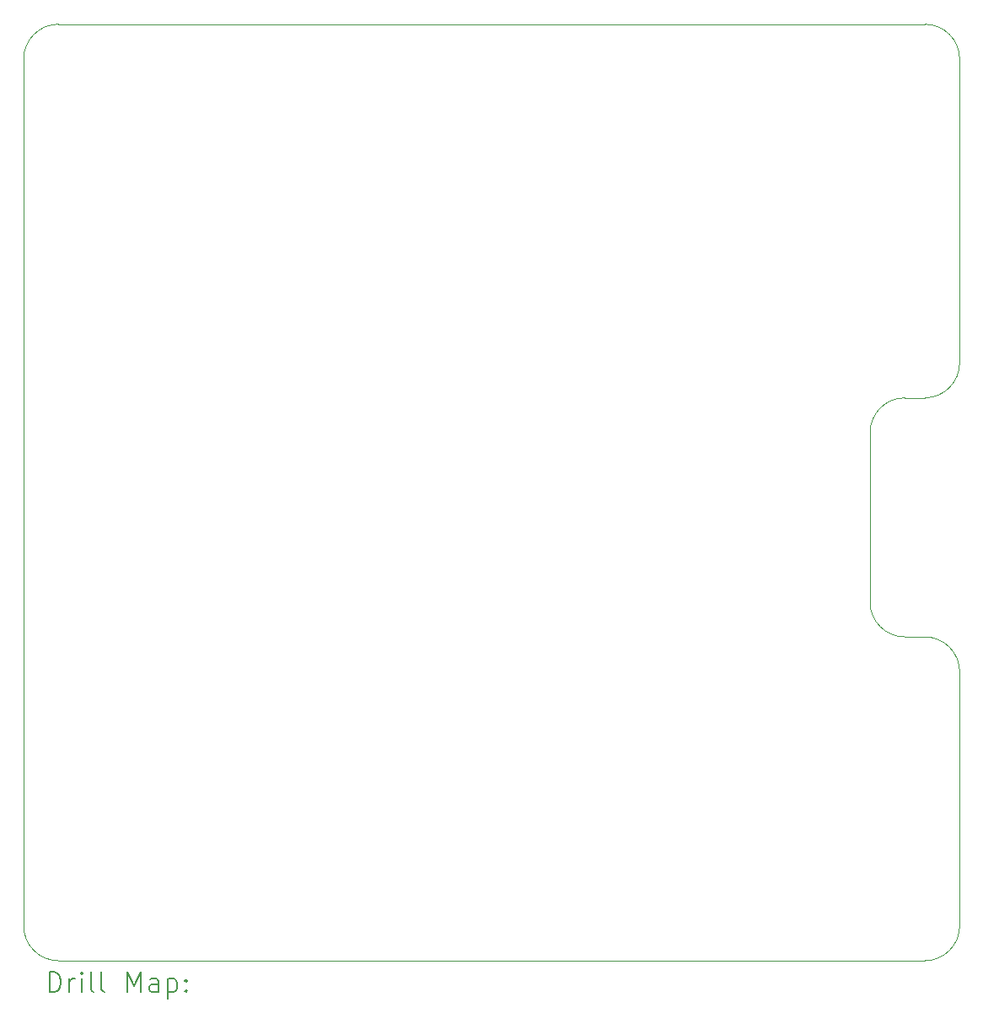
<source format=gbr>
%TF.GenerationSoftware,KiCad,Pcbnew,8.0.2*%
%TF.CreationDate,2025-01-15T11:34:12+07:00*%
%TF.ProjectId,kicad-shield-mechanical,6b696361-642d-4736-9869-656c642d6d65,rev?*%
%TF.SameCoordinates,Original*%
%TF.FileFunction,Drillmap*%
%TF.FilePolarity,Positive*%
%FSLAX45Y45*%
G04 Gerber Fmt 4.5, Leading zero omitted, Abs format (unit mm)*
G04 Created by KiCad (PCBNEW 8.0.2) date 2025-01-15 11:34:12*
%MOMM*%
%LPD*%
G01*
G04 APERTURE LIST*
%ADD10C,0.050000*%
%ADD11C,0.200000*%
G04 APERTURE END LIST*
D10*
X5350000Y-5000000D02*
X14050000Y-5000000D01*
X14400000Y-14050000D02*
G75*
G02*
X14050000Y-14400000I-350000J0D01*
G01*
X13500000Y-9100000D02*
X13500000Y-10800000D01*
X13500000Y-9100000D02*
G75*
G02*
X13850000Y-8750000I350000J0D01*
G01*
X13850000Y-11150000D02*
G75*
G02*
X13500000Y-10800000I0J350000D01*
G01*
X14400000Y-11500000D02*
X14400000Y-14050000D01*
X5350000Y-14400000D02*
G75*
G02*
X5000000Y-14050000I0J350000D01*
G01*
X14050000Y-11150000D02*
G75*
G02*
X14400000Y-11500000I0J-350000D01*
G01*
X14050000Y-8750000D02*
X13850000Y-8750000D01*
X14400000Y-8400000D02*
G75*
G02*
X14050000Y-8750000I-350000J0D01*
G01*
X5000000Y-14050000D02*
X5000000Y-5350000D01*
X14050000Y-5000000D02*
G75*
G02*
X14400000Y-5350000I0J-350000D01*
G01*
X5000000Y-5350000D02*
G75*
G02*
X5350000Y-5000000I350000J0D01*
G01*
X14400000Y-5350000D02*
X14400000Y-8400000D01*
X13850000Y-11150000D02*
X14050000Y-11150000D01*
X14050000Y-14400000D02*
X5350000Y-14400000D01*
D11*
X5258277Y-14713984D02*
X5258277Y-14513984D01*
X5258277Y-14513984D02*
X5305896Y-14513984D01*
X5305896Y-14513984D02*
X5334467Y-14523508D01*
X5334467Y-14523508D02*
X5353515Y-14542555D01*
X5353515Y-14542555D02*
X5363039Y-14561603D01*
X5363039Y-14561603D02*
X5372563Y-14599698D01*
X5372563Y-14599698D02*
X5372563Y-14628269D01*
X5372563Y-14628269D02*
X5363039Y-14666365D01*
X5363039Y-14666365D02*
X5353515Y-14685412D01*
X5353515Y-14685412D02*
X5334467Y-14704460D01*
X5334467Y-14704460D02*
X5305896Y-14713984D01*
X5305896Y-14713984D02*
X5258277Y-14713984D01*
X5458277Y-14713984D02*
X5458277Y-14580650D01*
X5458277Y-14618746D02*
X5467801Y-14599698D01*
X5467801Y-14599698D02*
X5477324Y-14590174D01*
X5477324Y-14590174D02*
X5496372Y-14580650D01*
X5496372Y-14580650D02*
X5515420Y-14580650D01*
X5582086Y-14713984D02*
X5582086Y-14580650D01*
X5582086Y-14513984D02*
X5572563Y-14523508D01*
X5572563Y-14523508D02*
X5582086Y-14533031D01*
X5582086Y-14533031D02*
X5591610Y-14523508D01*
X5591610Y-14523508D02*
X5582086Y-14513984D01*
X5582086Y-14513984D02*
X5582086Y-14533031D01*
X5705896Y-14713984D02*
X5686848Y-14704460D01*
X5686848Y-14704460D02*
X5677324Y-14685412D01*
X5677324Y-14685412D02*
X5677324Y-14513984D01*
X5810658Y-14713984D02*
X5791610Y-14704460D01*
X5791610Y-14704460D02*
X5782086Y-14685412D01*
X5782086Y-14685412D02*
X5782086Y-14513984D01*
X6039229Y-14713984D02*
X6039229Y-14513984D01*
X6039229Y-14513984D02*
X6105896Y-14656841D01*
X6105896Y-14656841D02*
X6172562Y-14513984D01*
X6172562Y-14513984D02*
X6172562Y-14713984D01*
X6353515Y-14713984D02*
X6353515Y-14609222D01*
X6353515Y-14609222D02*
X6343991Y-14590174D01*
X6343991Y-14590174D02*
X6324943Y-14580650D01*
X6324943Y-14580650D02*
X6286848Y-14580650D01*
X6286848Y-14580650D02*
X6267801Y-14590174D01*
X6353515Y-14704460D02*
X6334467Y-14713984D01*
X6334467Y-14713984D02*
X6286848Y-14713984D01*
X6286848Y-14713984D02*
X6267801Y-14704460D01*
X6267801Y-14704460D02*
X6258277Y-14685412D01*
X6258277Y-14685412D02*
X6258277Y-14666365D01*
X6258277Y-14666365D02*
X6267801Y-14647317D01*
X6267801Y-14647317D02*
X6286848Y-14637793D01*
X6286848Y-14637793D02*
X6334467Y-14637793D01*
X6334467Y-14637793D02*
X6353515Y-14628269D01*
X6448753Y-14580650D02*
X6448753Y-14780650D01*
X6448753Y-14590174D02*
X6467801Y-14580650D01*
X6467801Y-14580650D02*
X6505896Y-14580650D01*
X6505896Y-14580650D02*
X6524943Y-14590174D01*
X6524943Y-14590174D02*
X6534467Y-14599698D01*
X6534467Y-14599698D02*
X6543991Y-14618746D01*
X6543991Y-14618746D02*
X6543991Y-14675888D01*
X6543991Y-14675888D02*
X6534467Y-14694936D01*
X6534467Y-14694936D02*
X6524943Y-14704460D01*
X6524943Y-14704460D02*
X6505896Y-14713984D01*
X6505896Y-14713984D02*
X6467801Y-14713984D01*
X6467801Y-14713984D02*
X6448753Y-14704460D01*
X6629705Y-14694936D02*
X6639229Y-14704460D01*
X6639229Y-14704460D02*
X6629705Y-14713984D01*
X6629705Y-14713984D02*
X6620182Y-14704460D01*
X6620182Y-14704460D02*
X6629705Y-14694936D01*
X6629705Y-14694936D02*
X6629705Y-14713984D01*
X6629705Y-14590174D02*
X6639229Y-14599698D01*
X6639229Y-14599698D02*
X6629705Y-14609222D01*
X6629705Y-14609222D02*
X6620182Y-14599698D01*
X6620182Y-14599698D02*
X6629705Y-14590174D01*
X6629705Y-14590174D02*
X6629705Y-14609222D01*
M02*

</source>
